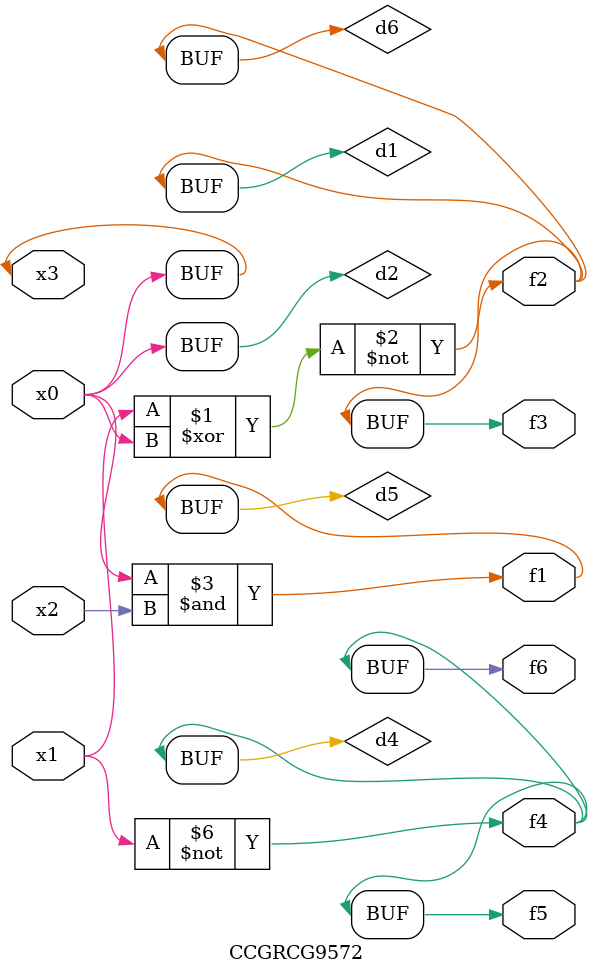
<source format=v>
module CCGRCG9572(
	input x0, x1, x2, x3,
	output f1, f2, f3, f4, f5, f6
);

	wire d1, d2, d3, d4, d5, d6;

	xnor (d1, x1, x3);
	buf (d2, x0, x3);
	nand (d3, x0, x2);
	not (d4, x1);
	nand (d5, d3);
	or (d6, d1);
	assign f1 = d5;
	assign f2 = d6;
	assign f3 = d6;
	assign f4 = d4;
	assign f5 = d4;
	assign f6 = d4;
endmodule

</source>
